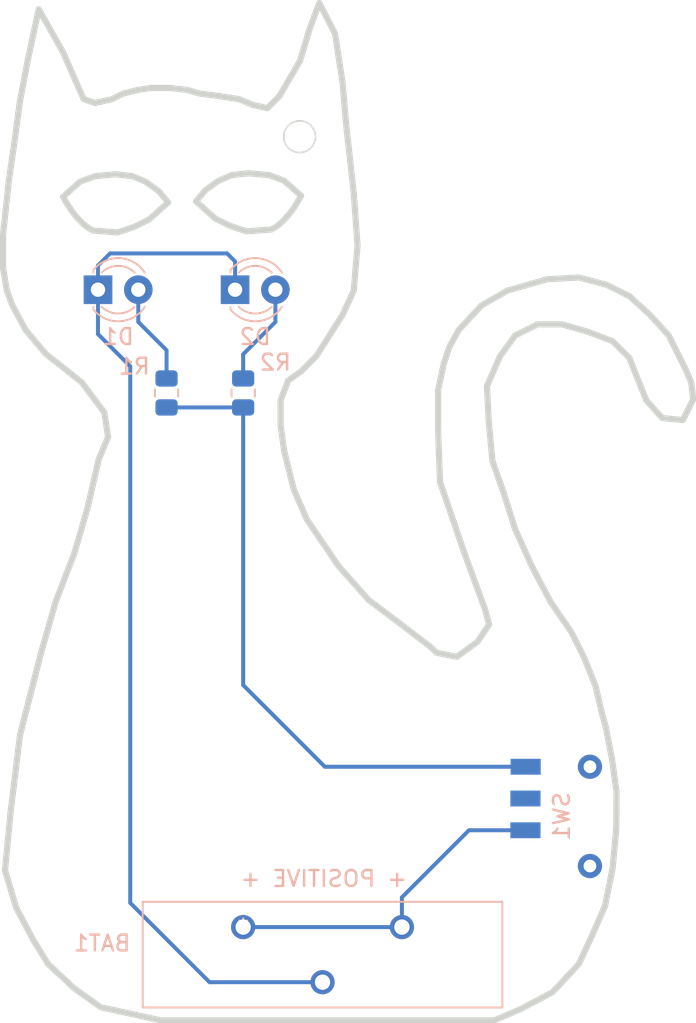
<source format=kicad_pcb>
(kicad_pcb (version 20171130) (host pcbnew "(5.1.9-0-10_14)")

  (general
    (thickness 1.6)
    (drawings 152)
    (tracks 24)
    (zones 0)
    (modules 6)
    (nets 7)
  )

  (page A4)
  (layers
    (0 F.Cu signal)
    (31 B.Cu signal)
    (32 B.Adhes user)
    (33 F.Adhes user)
    (34 B.Paste user)
    (35 F.Paste user)
    (36 B.SilkS user)
    (37 F.SilkS user)
    (38 B.Mask user)
    (39 F.Mask user)
    (40 Dwgs.User user)
    (41 Cmts.User user)
    (42 Eco1.User user)
    (43 Eco2.User user)
    (44 Edge.Cuts user)
    (45 Margin user)
    (46 B.CrtYd user)
    (47 F.CrtYd user)
    (48 B.Fab user)
    (49 F.Fab user)
  )

  (setup
    (last_trace_width 0.25)
    (user_trace_width 0.5)
    (trace_clearance 0.2)
    (zone_clearance 0.508)
    (zone_45_only no)
    (trace_min 0.2)
    (via_size 0.8)
    (via_drill 0.4)
    (via_min_size 0.4)
    (via_min_drill 0.3)
    (uvia_size 0.3)
    (uvia_drill 0.1)
    (uvias_allowed no)
    (uvia_min_size 0.2)
    (uvia_min_drill 0.1)
    (edge_width 0.05)
    (segment_width 0.2)
    (pcb_text_width 0.3)
    (pcb_text_size 1.5 1.5)
    (mod_edge_width 0.12)
    (mod_text_size 1 1)
    (mod_text_width 0.15)
    (pad_size 1.524 1.524)
    (pad_drill 0.762)
    (pad_to_mask_clearance 0)
    (aux_axis_origin 0 0)
    (visible_elements FFFFFF7F)
    (pcbplotparams
      (layerselection 0x110fc_ffffffff)
      (usegerberextensions false)
      (usegerberattributes true)
      (usegerberadvancedattributes true)
      (creategerberjobfile true)
      (excludeedgelayer true)
      (linewidth 0.100000)
      (plotframeref false)
      (viasonmask false)
      (mode 1)
      (useauxorigin false)
      (hpglpennumber 1)
      (hpglpenspeed 20)
      (hpglpendiameter 15.000000)
      (psnegative false)
      (psa4output false)
      (plotreference true)
      (plotvalue true)
      (plotinvisibletext false)
      (padsonsilk false)
      (subtractmaskfromsilk false)
      (outputformat 1)
      (mirror false)
      (drillshape 0)
      (scaleselection 1)
      (outputdirectory ""))
  )

  (net 0 "")
  (net 1 +BATT)
  (net 2 GND)
  (net 3 "Net-(D1-Pad2)")
  (net 4 "Net-(D2-Pad2)")
  (net 5 "Net-(R1-Pad1)")
  (net 6 "Net-(SW1-Pad2)")

  (net_class Default "This is the default net class."
    (clearance 0.2)
    (trace_width 0.25)
    (via_dia 0.8)
    (via_drill 0.4)
    (uvia_dia 0.3)
    (uvia_drill 0.1)
    (add_net +BATT)
    (add_net GND)
    (add_net "Net-(D1-Pad2)")
    (add_net "Net-(D2-Pad2)")
    (add_net "Net-(R1-Pad1)")
    (add_net "Net-(SW1-Pad2)")
  )

  (module Battery:BatteryHolder_AdamTech_BH-125A-1 (layer B.Cu) (tedit 616DA9BF) (tstamp 616D55BA)
    (at 144.018 109.728)
    (path /615BF2C5)
    (fp_text reference BAT1 (at -8.89 1.016) (layer B.SilkS)
      (effects (font (size 1 1) (thickness 0.15)) (justify mirror))
    )
    (fp_text value BH-125A-1 (at 5 0) (layer B.SilkS) hide
      (effects (font (size 1 1) (thickness 0.15)) (justify mirror))
    )
    (fp_line (start -6.3284 -1.592453) (end 16.3284 -1.592453) (layer B.SilkS) (width 0.12))
    (fp_line (start 16.3284 -1.592453) (end 16.3284 5.062347) (layer B.SilkS) (width 0.12))
    (fp_line (start 16.3284 5.062347) (end -6.3284 5.062347) (layer B.SilkS) (width 0.12))
    (fp_line (start -6.3284 5.062347) (end -6.3284 -1.592453) (layer B.SilkS) (width 0.12))
    (fp_line (start -6.2014 -1.465453) (end 16.2014 -1.465453) (layer B.Fab) (width 0.1))
    (fp_line (start 16.2014 -1.465453) (end 16.2014 4.935347) (layer B.Fab) (width 0.1))
    (fp_line (start 16.2014 4.935347) (end -6.2014 4.935347) (layer B.Fab) (width 0.1))
    (fp_line (start -6.2014 4.935347) (end -6.2014 -1.465453) (layer B.Fab) (width 0.1))
    (fp_line (start -6.4554 5.189347) (end -6.4554 -1.719453) (layer B.CrtYd) (width 0.05))
    (fp_line (start -6.4554 -1.719453) (end 16.4554 -1.719453) (layer B.CrtYd) (width 0.05))
    (fp_line (start 16.4554 -1.719453) (end 16.4554 5.189347) (layer B.CrtYd) (width 0.05))
    (fp_line (start 16.4554 5.189347) (end -6.4554 5.189347) (layer B.CrtYd) (width 0.05))
    (fp_circle (center 0 1.905) (end 0.381 1.905) (layer B.Fab) (width 0.1))
    (fp_text user * (at 0 0) (layer B.Fab)
      (effects (font (size 1 1) (thickness 0.15)) (justify mirror))
    )
    (fp_text user * (at 0 0) (layer B.SilkS)
      (effects (font (size 1 1) (thickness 0.15)) (justify mirror))
    )
    (fp_text user "Copyright 2021 Accelerated Designs. All rights reserved." (at 0 0) (layer Cmts.User)
      (effects (font (size 0.127 0.127) (thickness 0.002)))
    )
    (pad POS2 thru_hole circle (at 10 0) (size 1.524 1.524) (drill 0.9652) (layers *.Cu *.Mask)
      (net 1 +BATT))
    (pad NEG thru_hole circle (at 5 3.470001) (size 1.524 1.524) (drill 0.9652) (layers *.Cu *.Mask)
      (net 2 GND))
    (pad POS1 thru_hole circle (at 0 0) (size 1.524 1.524) (drill 0.9652) (layers *.Cu *.Mask)
      (net 1 +BATT))
  )

  (module Button_Switch_SMD:SMT_Mini_Slide_Switch (layer B.Cu) (tedit 5F838D19) (tstamp 616D560F)
    (at 163.576 102.757 270)
    (path /615A2888)
    (fp_text reference SW1 (at 0 -0.5 90) (layer B.SilkS)
      (effects (font (size 1 1) (thickness 0.15)) (justify mirror))
    )
    (fp_text value SMT_SPDT (at 0 0.5 90) (layer B.Fab)
      (effects (font (size 1 1) (thickness 0.15)) (justify mirror))
    )
    (fp_line (start -4.572 3.048) (end -4.572 -3.048) (layer B.CrtYd) (width 0.12))
    (fp_line (start 4.445 3.048) (end -4.572 3.048) (layer B.CrtYd) (width 0.12))
    (fp_line (start 4.445 -3.048) (end 4.445 3.048) (layer B.CrtYd) (width 0.12))
    (fp_line (start -4.572 -3.048) (end 4.445 -3.048) (layer B.CrtYd) (width 0.12))
    (pad "" thru_hole circle (at -3.125 -2.286 270) (size 1.524 1.524) (drill 0.8) (layers *.Cu *.Mask))
    (pad "" thru_hole circle (at 3.125 -2.286 270) (size 1.524 1.524) (drill 0.8) (layers *.Cu *.Mask))
    (pad 1 smd rect (at -3.125 1.764 270) (size 1 1.9) (layers B.Cu B.Paste B.Mask)
      (net 5 "Net-(R1-Pad1)"))
    (pad 2 smd rect (at -1.125 1.778 270) (size 1 1.9) (layers B.Cu B.Paste B.Mask)
      (net 6 "Net-(SW1-Pad2)"))
    (pad 3 smd rect (at 0.875 1.778 270) (size 1 1.9) (layers B.Cu B.Paste B.Mask)
      (net 1 +BATT))
  )

  (module Resistor_SMD:R_0805_2012Metric (layer B.Cu) (tedit 5F68FEEE) (tstamp 616D5602)
    (at 144.018 76.0965 90)
    (descr "Resistor SMD 0805 (2012 Metric), square (rectangular) end terminal, IPC_7351 nominal, (Body size source: IPC-SM-782 page 72, https://www.pcb-3d.com/wordpress/wp-content/uploads/ipc-sm-782a_amendment_1_and_2.pdf), generated with kicad-footprint-generator")
    (tags resistor)
    (path /615A9D08)
    (attr smd)
    (fp_text reference R2 (at 1.9285 2.032 180) (layer B.SilkS)
      (effects (font (size 1 1) (thickness 0.15)) (justify mirror))
    )
    (fp_text value "47 Ohms" (at 0 -1.65 90) (layer B.Fab) hide
      (effects (font (size 1 1) (thickness 0.15)) (justify mirror))
    )
    (fp_line (start 1.68 -0.95) (end -1.68 -0.95) (layer B.CrtYd) (width 0.05))
    (fp_line (start 1.68 0.95) (end 1.68 -0.95) (layer B.CrtYd) (width 0.05))
    (fp_line (start -1.68 0.95) (end 1.68 0.95) (layer B.CrtYd) (width 0.05))
    (fp_line (start -1.68 -0.95) (end -1.68 0.95) (layer B.CrtYd) (width 0.05))
    (fp_line (start -0.227064 -0.735) (end 0.227064 -0.735) (layer B.SilkS) (width 0.12))
    (fp_line (start -0.227064 0.735) (end 0.227064 0.735) (layer B.SilkS) (width 0.12))
    (fp_line (start 1 -0.625) (end -1 -0.625) (layer B.Fab) (width 0.1))
    (fp_line (start 1 0.625) (end 1 -0.625) (layer B.Fab) (width 0.1))
    (fp_line (start -1 0.625) (end 1 0.625) (layer B.Fab) (width 0.1))
    (fp_line (start -1 -0.625) (end -1 0.625) (layer B.Fab) (width 0.1))
    (fp_text user %R (at 0 0 90) (layer B.Fab)
      (effects (font (size 0.5 0.5) (thickness 0.08)) (justify mirror))
    )
    (pad 2 smd roundrect (at 0.9125 0 90) (size 1.025 1.4) (layers B.Cu B.Paste B.Mask) (roundrect_rratio 0.2439014634146341)
      (net 4 "Net-(D2-Pad2)"))
    (pad 1 smd roundrect (at -0.9125 0 90) (size 1.025 1.4) (layers B.Cu B.Paste B.Mask) (roundrect_rratio 0.2439014634146341)
      (net 5 "Net-(R1-Pad1)"))
    (model ${KISYS3DMOD}/Resistor_SMD.3dshapes/R_0805_2012Metric.wrl
      (at (xyz 0 0 0))
      (scale (xyz 1 1 1))
      (rotate (xyz 0 0 0))
    )
  )

  (module Resistor_SMD:R_0805_2012Metric (layer B.Cu) (tedit 5F68FEEE) (tstamp 616D55F1)
    (at 139.192 76.0965 90)
    (descr "Resistor SMD 0805 (2012 Metric), square (rectangular) end terminal, IPC_7351 nominal, (Body size source: IPC-SM-782 page 72, https://www.pcb-3d.com/wordpress/wp-content/uploads/ipc-sm-782a_amendment_1_and_2.pdf), generated with kicad-footprint-generator")
    (tags resistor)
    (path /615A4F38)
    (attr smd)
    (fp_text reference R1 (at 1.6745 -2.032 180) (layer B.SilkS)
      (effects (font (size 1 1) (thickness 0.15)) (justify mirror))
    )
    (fp_text value "47 Ohms (x2)" (at -3.6595 1.778 180) (layer B.Fab)
      (effects (font (size 1 1) (thickness 0.15)) (justify mirror))
    )
    (fp_line (start 1.68 -0.95) (end -1.68 -0.95) (layer B.CrtYd) (width 0.05))
    (fp_line (start 1.68 0.95) (end 1.68 -0.95) (layer B.CrtYd) (width 0.05))
    (fp_line (start -1.68 0.95) (end 1.68 0.95) (layer B.CrtYd) (width 0.05))
    (fp_line (start -1.68 -0.95) (end -1.68 0.95) (layer B.CrtYd) (width 0.05))
    (fp_line (start -0.227064 -0.735) (end 0.227064 -0.735) (layer B.SilkS) (width 0.12))
    (fp_line (start -0.227064 0.735) (end 0.227064 0.735) (layer B.SilkS) (width 0.12))
    (fp_line (start 1 -0.625) (end -1 -0.625) (layer B.Fab) (width 0.1))
    (fp_line (start 1 0.625) (end 1 -0.625) (layer B.Fab) (width 0.1))
    (fp_line (start -1 0.625) (end 1 0.625) (layer B.Fab) (width 0.1))
    (fp_line (start -1 -0.625) (end -1 0.625) (layer B.Fab) (width 0.1))
    (fp_text user %R (at 0 0 90) (layer B.Fab)
      (effects (font (size 0.5 0.5) (thickness 0.08)) (justify mirror))
    )
    (pad 2 smd roundrect (at 0.9125 0 90) (size 1.025 1.4) (layers B.Cu B.Paste B.Mask) (roundrect_rratio 0.2439014634146341)
      (net 3 "Net-(D1-Pad2)"))
    (pad 1 smd roundrect (at -0.9125 0 90) (size 1.025 1.4) (layers B.Cu B.Paste B.Mask) (roundrect_rratio 0.2439014634146341)
      (net 5 "Net-(R1-Pad1)"))
    (model ${KISYS3DMOD}/Resistor_SMD.3dshapes/R_0805_2012Metric.wrl
      (at (xyz 0 0 0))
      (scale (xyz 1 1 1))
      (rotate (xyz 0 0 0))
    )
  )

  (module LED_THT:LED_D3.0mm (layer B.Cu) (tedit 587A3A7B) (tstamp 616D55E0)
    (at 143.51 69.596)
    (descr "LED, diameter 3.0mm, 2 pins")
    (tags "LED diameter 3.0mm 2 pins")
    (path /615A9D12)
    (fp_text reference D2 (at 1.27 2.96) (layer B.SilkS)
      (effects (font (size 1 1) (thickness 0.15)) (justify mirror))
    )
    (fp_text value "LED per Chart" (at 1.27 -2.96) (layer B.Fab) hide
      (effects (font (size 1 1) (thickness 0.15)) (justify mirror))
    )
    (fp_line (start 3.7 2.25) (end -1.15 2.25) (layer B.CrtYd) (width 0.05))
    (fp_line (start 3.7 -2.25) (end 3.7 2.25) (layer B.CrtYd) (width 0.05))
    (fp_line (start -1.15 -2.25) (end 3.7 -2.25) (layer B.CrtYd) (width 0.05))
    (fp_line (start -1.15 2.25) (end -1.15 -2.25) (layer B.CrtYd) (width 0.05))
    (fp_line (start -0.29 -1.08) (end -0.29 -1.236) (layer B.SilkS) (width 0.12))
    (fp_line (start -0.29 1.236) (end -0.29 1.08) (layer B.SilkS) (width 0.12))
    (fp_line (start -0.23 1.16619) (end -0.23 -1.16619) (layer B.Fab) (width 0.1))
    (fp_circle (center 1.27 0) (end 2.77 0) (layer B.Fab) (width 0.1))
    (fp_arc (start 1.27 0) (end 0.229039 -1.08) (angle 87.9) (layer B.SilkS) (width 0.12))
    (fp_arc (start 1.27 0) (end 0.229039 1.08) (angle -87.9) (layer B.SilkS) (width 0.12))
    (fp_arc (start 1.27 0) (end -0.29 -1.235516) (angle 108.8) (layer B.SilkS) (width 0.12))
    (fp_arc (start 1.27 0) (end -0.29 1.235516) (angle -108.8) (layer B.SilkS) (width 0.12))
    (fp_arc (start 1.27 0) (end -0.23 1.16619) (angle -284.3) (layer B.Fab) (width 0.1))
    (pad 2 thru_hole circle (at 2.54 0) (size 1.8 1.8) (drill 0.9) (layers *.Cu *.Mask)
      (net 4 "Net-(D2-Pad2)"))
    (pad 1 thru_hole rect (at 0 0) (size 1.8 1.8) (drill 0.9) (layers *.Cu *.Mask)
      (net 2 GND))
    (model ${KISYS3DMOD}/LED_THT.3dshapes/LED_D3.0mm.wrl
      (at (xyz 0 0 0))
      (scale (xyz 1 1 1))
      (rotate (xyz 0 0 0))
    )
  )

  (module LED_THT:LED_D3.0mm (layer B.Cu) (tedit 587A3A7B) (tstamp 616D55CD)
    (at 134.874 69.596)
    (descr "LED, diameter 3.0mm, 2 pins")
    (tags "LED diameter 3.0mm 2 pins")
    (path /615A807B)
    (fp_text reference D1 (at 1.27 2.96) (layer B.SilkS)
      (effects (font (size 1 1) (thickness 0.15)) (justify mirror))
    )
    (fp_text value "LED per Chart" (at 1.27 -2.96) (layer B.Fab) hide
      (effects (font (size 1 1) (thickness 0.15)) (justify mirror))
    )
    (fp_line (start 3.7 2.25) (end -1.15 2.25) (layer B.CrtYd) (width 0.05))
    (fp_line (start 3.7 -2.25) (end 3.7 2.25) (layer B.CrtYd) (width 0.05))
    (fp_line (start -1.15 -2.25) (end 3.7 -2.25) (layer B.CrtYd) (width 0.05))
    (fp_line (start -1.15 2.25) (end -1.15 -2.25) (layer B.CrtYd) (width 0.05))
    (fp_line (start -0.29 -1.08) (end -0.29 -1.236) (layer B.SilkS) (width 0.12))
    (fp_line (start -0.29 1.236) (end -0.29 1.08) (layer B.SilkS) (width 0.12))
    (fp_line (start -0.23 1.16619) (end -0.23 -1.16619) (layer B.Fab) (width 0.1))
    (fp_circle (center 1.27 0) (end 2.77 0) (layer B.Fab) (width 0.1))
    (fp_arc (start 1.27 0) (end 0.229039 -1.08) (angle 87.9) (layer B.SilkS) (width 0.12))
    (fp_arc (start 1.27 0) (end 0.229039 1.08) (angle -87.9) (layer B.SilkS) (width 0.12))
    (fp_arc (start 1.27 0) (end -0.29 -1.235516) (angle 108.8) (layer B.SilkS) (width 0.12))
    (fp_arc (start 1.27 0) (end -0.29 1.235516) (angle -108.8) (layer B.SilkS) (width 0.12))
    (fp_arc (start 1.27 0) (end -0.23 1.16619) (angle -284.3) (layer B.Fab) (width 0.1))
    (pad 2 thru_hole circle (at 2.54 0) (size 1.8 1.8) (drill 0.9) (layers *.Cu *.Mask)
      (net 3 "Net-(D1-Pad2)"))
    (pad 1 thru_hole rect (at 0 0) (size 1.8 1.8) (drill 0.9) (layers *.Cu *.Mask)
      (net 2 GND))
    (model ${KISYS3DMOD}/LED_THT.3dshapes/LED_D3.0mm.wrl
      (at (xyz 0 0 0))
      (scale (xyz 1 1 1))
      (rotate (xyz 0 0 0))
    )
  )

  (gr_text "+ POSITIVE +" (at 149.098 106.68) (layer B.SilkS)
    (effects (font (size 1 1) (thickness 0.15)) (justify mirror))
  )
  (gr_line (start 145.659113 62.380327) (end 144.359825 62.262202) (layer Edge.Cuts) (width 0.390625))
  (gr_line (start 142.46995 62.734689) (end 141.643125 63.325264) (layer Edge.Cuts) (width 0.390625))
  (gr_line (start 132.676825 63.744364) (end 133.739875 62.799427) (layer Edge.Cuts) (width 0.390625))
  (gr_line (start 134.684825 62.445064) (end 135.984113 62.326939) (layer Edge.Cuts) (width 0.390625))
  (gr_circle (center 147.574 59.96) (end 148.574 59.96) (layer Edge.Cuts) (width 0.1))
  (gr_line (start 144.241713 65.92385) (end 145.777238 65.805725) (layer Edge.Cuts) (width 0.390625))
  (gr_line (start 143.17865 65.5695) (end 144.241713 65.92385) (layer Edge.Cuts) (width 0.390625))
  (gr_line (start 142.233713 65.097027) (end 143.17865 65.5695) (layer Edge.Cuts) (width 0.390625))
  (gr_line (start 141.052538 64.033977) (end 142.233713 65.097027) (layer Edge.Cuts) (width 0.390625))
  (gr_line (start 141.643125 63.325264) (end 141.052538 64.033977) (layer Edge.Cuts) (width 0.390625))
  (gr_line (start 143.296763 62.380327) (end 142.46995 62.734689) (layer Edge.Cuts) (width 0.390625))
  (gr_line (start 144.359825 62.262202) (end 143.296763 62.380327) (layer Edge.Cuts) (width 0.390625))
  (gr_line (start 146.604063 62.734689) (end 145.659113 62.380327) (layer Edge.Cuts) (width 0.390625))
  (gr_line (start 147.667113 63.679627) (end 146.604063 62.734689) (layer Edge.Cuts) (width 0.390625))
  (gr_curve (pts (xy 145.777238 65.805725) (xy 146.8588 65.309875) (xy 147.667113 63.679639) (xy 147.667113 63.679627)) (layer Edge.Cuts) (width 0.390625))
  (gr_line (start 136.102225 65.988588) (end 134.5667 65.870463) (layer Edge.Cuts) (width 0.390625))
  (gr_line (start 137.165288 65.634238) (end 136.102225 65.988588) (layer Edge.Cuts) (width 0.390625))
  (gr_line (start 138.110225 65.161764) (end 137.165288 65.634238) (layer Edge.Cuts) (width 0.390625))
  (gr_line (start 139.2914 64.098714) (end 138.110225 65.161764) (layer Edge.Cuts) (width 0.390625))
  (gr_line (start 138.700813 63.390002) (end 139.2914 64.098714) (layer Edge.Cuts) (width 0.390625))
  (gr_line (start 137.873988 62.799427) (end 138.700813 63.390002) (layer Edge.Cuts) (width 0.390625))
  (gr_line (start 137.047175 62.445064) (end 137.873988 62.799427) (layer Edge.Cuts) (width 0.390625))
  (gr_line (start 135.984113 62.326939) (end 137.047175 62.445064) (layer Edge.Cuts) (width 0.390625))
  (gr_line (start 133.739875 62.799427) (end 134.684825 62.445064) (layer Edge.Cuts) (width 0.390625))
  (gr_curve (pts (xy 134.5667 65.870463) (xy 133.485138 65.374613) (xy 132.676825 63.744377) (xy 132.676825 63.744364)) (layer Edge.Cuts) (width 0.390625))
  (gr_line (start 135.275363 77.327875) (end 133.858 75.438) (layer Edge.Cuts) (width 0.390625))
  (gr_line (start 135.5116 78.863413) (end 135.275363 77.327875) (layer Edge.Cuts) (width 0.390625))
  (gr_line (start 134.921 80.280813) (end 135.5116 78.863413) (layer Edge.Cuts) (width 0.390625))
  (gr_line (start 134.2123 83.351875) (end 134.921 80.280813) (layer Edge.Cuts) (width 0.390625))
  (gr_line (start 133.385475 86.1867) (end 134.2123 83.351875) (layer Edge.Cuts) (width 0.390625))
  (gr_line (start 132.2043 89.25775) (end 133.385475 86.1867) (layer Edge.Cuts) (width 0.390625))
  (gr_line (start 131.259363 92.56505) (end 132.2043 89.25775) (layer Edge.Cuts) (width 0.390625))
  (gr_line (start 129.960063 97.6441) (end 131.259363 92.56505) (layer Edge.Cuts) (width 0.390625))
  (gr_line (start 129.369475 102.486924) (end 129.960063 97.6441) (layer Edge.Cuts) (width 0.390625))
  (gr_line (start 129.015125 106.148562) (end 129.369475 102.486924) (layer Edge.Cuts) (width 0.390625))
  (gr_line (start 129.723838 108.510912) (end 129.015125 106.148562) (layer Edge.Cuts) (width 0.390625))
  (gr_line (start 130.786888 110.518912) (end 129.723838 108.510912) (layer Edge.Cuts) (width 0.390625))
  (gr_line (start 131.731838 112.054437) (end 130.786888 110.518912) (layer Edge.Cuts) (width 0.390625))
  (gr_line (start 133.385475 113.589974) (end 131.731838 112.054437) (layer Edge.Cuts) (width 0.390625))
  (gr_line (start 135.039125 114.771137) (end 133.385475 113.589974) (layer Edge.Cuts) (width 0.390625))
  (gr_line (start 138.818888 115.597962) (end 135.039125 114.771137) (layer Edge.Cuts) (width 0.390625))
  (gr_line (start 158.190161 115.597962) (end 138.818888 115.597962) (layer Edge.Cuts) (width 0.390625))
  (gr_line (start 159.843811 115.597962) (end 158.190161 115.597962) (layer Edge.Cuts) (width 0.390625))
  (gr_line (start 161.497461 114.889262) (end 159.843811 115.597962) (layer Edge.Cuts) (width 0.390625))
  (gr_line (start 163.505461 113.826199) (end 161.497461 114.889262) (layer Edge.Cuts) (width 0.390625))
  (gr_line (start 165.159099 112.054437) (end 163.505461 113.826199) (layer Edge.Cuts) (width 0.390625))
  (gr_line (start 165.985924 110.282674) (end 165.159099 112.054437) (layer Edge.Cuts) (width 0.390625))
  (gr_line (start 166.812749 108.392799) (end 165.985924 110.282674) (layer Edge.Cuts) (width 0.390625))
  (gr_line (start 167.285211 106.030449) (end 166.812749 108.392799) (layer Edge.Cuts) (width 0.390625))
  (gr_line (start 167.521436 103.549987) (end 167.285211 106.030449) (layer Edge.Cuts) (width 0.390625))
  (gr_line (start 167.536436 101.198062) (end 167.521436 103.549987) (layer Edge.Cuts) (width 0.390625))
  (gr_line (start 167.254549 99.169188) (end 167.536436 101.198062) (layer Edge.Cuts) (width 0.390625))
  (gr_line (start 166.861699 97.1403) (end 167.254549 99.169188) (layer Edge.Cuts) (width 0.390625))
  (gr_line (start 166.576536 96.108575) (end 166.861699 97.1403) (layer Edge.Cuts) (width 0.390625))
  (gr_line (start 166.222186 94.573038) (end 166.576536 96.108575) (layer Edge.Cuts) (width 0.390625))
  (gr_line (start 165.513474 92.801275) (end 166.222186 94.573038) (layer Edge.Cuts) (width 0.390625))
  (gr_line (start 164.686649 91.147638) (end 165.513474 92.801275) (layer Edge.Cuts) (width 0.390625))
  (gr_line (start 163.387361 89.25775) (end 164.686649 91.147638) (layer Edge.Cuts) (width 0.390625))
  (gr_line (start 162.206186 87.013513) (end 163.387361 89.25775) (layer Edge.Cuts) (width 0.390625))
  (gr_line (start 161.143124 84.651163) (end 162.206186 87.013513) (layer Edge.Cuts) (width 0.390625))
  (gr_line (start 160.434424 82.406938) (end 161.143124 84.651163) (layer Edge.Cuts) (width 0.390625))
  (gr_line (start 159.725711 80.398938) (end 160.434424 82.406938) (layer Edge.Cuts) (width 0.390625))
  (gr_line (start 159.489486 77.918463) (end 159.725711 80.398938) (layer Edge.Cuts) (width 0.390625))
  (gr_line (start 159.371361 75.674238) (end 159.489486 77.918463) (layer Edge.Cuts) (width 0.390625))
  (gr_line (start 160.198186 73.78435) (end 159.371361 75.674238) (layer Edge.Cuts) (width 0.390625))
  (gr_line (start 161.143124 72.485063) (end 160.198186 73.78435) (layer Edge.Cuts) (width 0.390625))
  (gr_line (start 162.560536 71.77635) (end 161.143124 72.485063) (layer Edge.Cuts) (width 0.390625))
  (gr_line (start 164.096061 71.77635) (end 162.560536 71.77635) (layer Edge.Cuts) (width 0.390625))
  (gr_line (start 165.749711 72.248825) (end 164.096061 71.77635) (layer Edge.Cuts) (width 0.390625))
  (gr_line (start 167.285236 72.839413) (end 165.749711 72.248825) (layer Edge.Cuts) (width 0.390625))
  (gr_line (start 168.348299 73.902475) (end 167.285236 72.839413) (layer Edge.Cuts) (width 0.390625))
  (gr_line (start 169.411361 76.560113) (end 168.348299 73.902475) (layer Edge.Cuts) (width 0.390625))
  (gr_line (start 169.411361 76.560113) (end 169.411361 76.560113) (layer Edge.Cuts) (width 0.390625))
  (gr_line (start 170.415349 77.682225) (end 169.411361 76.560113) (layer Edge.Cuts) (width 0.390625))
  (gr_line (start 171.714661 77.80035) (end 170.415349 77.682225) (layer Edge.Cuts) (width 0.390625))
  (gr_line (start 172.364299 76.50105) (end 171.714661 77.80035) (layer Edge.Cuts) (width 0.390625))
  (gr_line (start 172.246174 75.438) (end 172.364299 76.50105) (layer Edge.Cuts) (width 0.390625))
  (gr_line (start 171.891824 74.611175) (end 172.246174 75.438) (layer Edge.Cuts) (width 0.390625))
  (gr_line (start 171.301236 73.43) (end 171.891824 74.611175) (layer Edge.Cuts) (width 0.390625))
  (gr_line (start 170.828761 72.485063) (end 171.301236 73.43) (layer Edge.Cuts) (width 0.390625))
  (gr_line (start 169.647586 71.185763) (end 170.828761 72.485063) (layer Edge.Cuts) (width 0.390625))
  (gr_line (start 168.348299 70.004588) (end 169.647586 71.185763) (layer Edge.Cuts) (width 0.390625))
  (gr_line (start 166.930886 69.295888) (end 168.348299 70.004588) (layer Edge.Cuts) (width 0.390625))
  (gr_line (start 165.159124 68.823413) (end 166.930886 69.295888) (layer Edge.Cuts) (width 0.390625))
  (gr_line (start 163.151124 68.941538) (end 165.159124 68.823413) (layer Edge.Cuts) (width 0.390625))
  (gr_line (start 160.670661 69.650238) (end 163.151124 68.941538) (layer Edge.Cuts) (width 0.390625))
  (gr_line (start 159.017011 70.595175) (end 160.670661 69.650238) (layer Edge.Cuts) (width 0.390625))
  (gr_line (start 157.599599 72.1307) (end 159.017011 70.595175) (layer Edge.Cuts) (width 0.390625))
  (gr_line (start 157.009011 73.193763) (end 157.599599 72.1307) (layer Edge.Cuts) (width 0.390625))
  (gr_line (start 156.654661 74.256825) (end 157.009011 73.193763) (layer Edge.Cuts) (width 0.390625))
  (gr_line (start 156.300311 75.910463) (end 156.654661 74.256825) (layer Edge.Cuts) (width 0.390625))
  (gr_line (start 156.300311 78.50905) (end 156.300311 75.910463) (layer Edge.Cuts) (width 0.390625))
  (gr_line (start 156.418436 81.698225) (end 156.300311 78.50905) (layer Edge.Cuts) (width 0.390625))
  (gr_line (start 157.953961 86.1867) (end 156.418436 81.698225) (layer Edge.Cuts) (width 0.390625))
  (gr_line (start 159.258 89.730225) (end 157.953961 86.1867) (layer Edge.Cuts) (width 0.390625))
  (gr_line (start 159.512 90.678) (end 159.258 89.730225) (layer Edge.Cuts) (width 0.390625))
  (gr_line (start 158.7793 91.765062) (end 159.512 90.678) (layer Edge.Cuts) (width 0.390625))
  (gr_line (start 157.48 92.71) (end 158.7793 91.765062) (layer Edge.Cuts) (width 0.390625))
  (gr_line (start 156.21 92.456) (end 157.48 92.71) (layer Edge.Cuts) (width 0.390625))
  (gr_line (start 155.827861 92.092575) (end 156.21 92.456) (layer Edge.Cuts) (width 0.390625))
  (gr_line (start 153.819863 90.55705) (end 155.827861 92.092575) (layer Edge.Cuts) (width 0.390625))
  (gr_line (start 151.929988 89.139638) (end 153.819863 90.55705) (layer Edge.Cuts) (width 0.390625))
  (gr_line (start 150.0401 87.013513) (end 151.929988 89.139638) (layer Edge.Cuts) (width 0.390625))
  (gr_line (start 148.0321 84.060575) (end 150.0401 87.013513) (layer Edge.Cuts) (width 0.390625))
  (gr_line (start 147.205288 82.1707) (end 148.0321 84.060575) (layer Edge.Cuts) (width 0.390625))
  (gr_line (start 146.6147 79.80835) (end 147.205288 82.1707) (layer Edge.Cuts) (width 0.390625))
  (gr_line (start 146.378463 78.1547) (end 146.6147 79.80835) (layer Edge.Cuts) (width 0.390625))
  (gr_line (start 146.37845 76.560113) (end 146.378463 78.1547) (layer Edge.Cuts) (width 0.390625))
  (gr_line (start 146.850925 75.319875) (end 146.37845 76.560113) (layer Edge.Cuts) (width 0.390625))
  (gr_line (start 147.67775 74.729288) (end 146.850925 75.319875) (layer Edge.Cuts) (width 0.390625))
  (gr_line (start 148.6227 73.78435) (end 147.67775 74.729288) (layer Edge.Cuts) (width 0.390625))
  (gr_line (start 150.276338 71.185763) (end 148.6227 73.78435) (layer Edge.Cuts) (width 0.390625))
  (gr_line (start 150.985038 69.650238) (end 150.276338 71.185763) (layer Edge.Cuts) (width 0.390625))
  (gr_line (start 151.221275 66.815413) (end 150.985038 69.650238) (layer Edge.Cuts) (width 0.390625))
  (gr_line (start 150.985038 63.508127) (end 151.221275 66.815413) (layer Edge.Cuts) (width 0.390625))
  (gr_line (start 150.512575 59.255889) (end 150.985038 63.508127) (layer Edge.Cuts) (width 0.390625))
  (gr_line (start 150.276338 56.539189) (end 150.512575 59.255889) (layer Edge.Cuts) (width 0.390625))
  (gr_line (start 149.803863 53.468127) (end 150.276338 56.539189) (layer Edge.Cuts) (width 0.390625))
  (gr_line (start 148.813275 51.550202) (end 149.803863 53.468127) (layer Edge.Cuts) (width 0.390625))
  (gr_line (start 148.6227 52.050727) (end 148.813275 51.550202) (layer Edge.Cuts) (width 0.390625))
  (gr_line (start 148.187138 53.231902) (end 148.6227 52.050727) (layer Edge.Cuts) (width 0.390625))
  (gr_line (start 147.597513 55.188927) (end 148.187138 53.231902) (layer Edge.Cuts) (width 0.390625))
  (gr_line (start 146.304 57.404) (end 147.597513 55.188927) (layer Edge.Cuts) (width 0.390625))
  (gr_line (start 145.542 58.166) (end 146.304 57.404) (layer Edge.Cuts) (width 0.390625))
  (gr_line (start 144.6067 57.956602) (end 145.542 58.166) (layer Edge.Cuts) (width 0.390625))
  (gr_line (start 143.779875 57.602252) (end 144.6067 57.956602) (layer Edge.Cuts) (width 0.390625))
  (gr_line (start 142.24435 57.366014) (end 143.779875 57.602252) (layer Edge.Cuts) (width 0.390625))
  (gr_line (start 141.2994 57.247889) (end 142.24435 57.366014) (layer Edge.Cuts) (width 0.390625))
  (gr_line (start 140.472588 57.011664) (end 141.2994 57.247889) (layer Edge.Cuts) (width 0.390625))
  (gr_line (start 139.409525 56.893539) (end 140.472588 57.011664) (layer Edge.Cuts) (width 0.390625))
  (gr_line (start 138.22835 56.893539) (end 139.409525 56.893539) (layer Edge.Cuts) (width 0.390625))
  (gr_line (start 137.401525 57.011664) (end 138.22835 56.893539) (layer Edge.Cuts) (width 0.390625))
  (gr_line (start 136.456588 57.247889) (end 137.401525 57.011664) (layer Edge.Cuts) (width 0.390625))
  (gr_line (start 135.747875 57.602252) (end 136.456588 57.247889) (layer Edge.Cuts) (width 0.390625))
  (gr_line (start 134.684825 57.838489) (end 135.747875 57.602252) (layer Edge.Cuts) (width 0.390625))
  (gr_line (start 133.976113 57.602252) (end 134.684825 57.838489) (layer Edge.Cuts) (width 0.390625))
  (gr_line (start 133.50365 56.539189) (end 133.976113 57.602252) (layer Edge.Cuts) (width 0.390625))
  (gr_line (start 132.676825 54.649314) (end 133.50365 56.539189) (layer Edge.Cuts) (width 0.390625))
  (gr_line (start 131.141288 51.932602) (end 132.676825 54.649314) (layer Edge.Cuts) (width 0.390625))
  (gr_line (start 130.432588 55.239889) (end 131.141288 51.932602) (layer Edge.Cuts) (width 0.390625))
  (gr_line (start 129.960113 57.720364) (end 130.432588 55.239889) (layer Edge.Cuts) (width 0.390625))
  (gr_line (start 129.605763 60.318952) (end 129.960113 57.720364) (layer Edge.Cuts) (width 0.390625))
  (gr_line (start 129.251413 62.799427) (end 129.605763 60.318952) (layer Edge.Cuts) (width 0.390625))
  (gr_line (start 128.897063 66.106713) (end 129.251413 62.799427) (layer Edge.Cuts) (width 0.390625))
  (gr_line (start 128.897063 68.232825) (end 128.897063 66.106713) (layer Edge.Cuts) (width 0.390625))
  (gr_line (start 129.1333 69.650238) (end 128.897063 68.232825) (layer Edge.Cuts) (width 0.390625))
  (gr_line (start 129.48765 70.595175) (end 129.1333 69.650238) (layer Edge.Cuts) (width 0.390625))
  (gr_line (start 130.314475 72.1307) (end 129.48765 70.595175) (layer Edge.Cuts) (width 0.390625))
  (gr_line (start 131.613763 73.666238) (end 130.314475 72.1307) (layer Edge.Cuts) (width 0.390625))
  (gr_line (start 132.676825 74.493063) (end 131.613763 73.666238) (layer Edge.Cuts) (width 0.390625))
  (gr_line (start 133.858 75.438) (end 132.676825 74.493063) (layer Edge.Cuts) (width 0.390625))

  (segment (start 144.018 109.728) (end 154.018 109.728) (width 0.25) (layer B.Cu) (net 1))
  (segment (start 158.242 103.632) (end 161.798 103.632) (width 0.25) (layer B.Cu) (net 1))
  (segment (start 154.018 107.856) (end 158.242 103.632) (width 0.25) (layer B.Cu) (net 1))
  (segment (start 154.018 109.728) (end 154.018 107.856) (width 0.25) (layer B.Cu) (net 1))
  (segment (start 143.51 69.596) (end 143.51 67.818) (width 0.25) (layer B.Cu) (net 2))
  (segment (start 143.51 67.818) (end 143.002 67.31) (width 0.25) (layer B.Cu) (net 2))
  (segment (start 143.002 67.31) (end 135.636 67.31) (width 0.25) (layer B.Cu) (net 2))
  (segment (start 134.874 68.072) (end 134.874 69.596) (width 0.25) (layer B.Cu) (net 2))
  (segment (start 135.636 67.31) (end 134.874 68.072) (width 0.25) (layer B.Cu) (net 2))
  (segment (start 136.906 108.204) (end 141.900001 113.198001) (width 0.25) (layer B.Cu) (net 2))
  (segment (start 141.900001 113.198001) (end 149.018 113.198001) (width 0.25) (layer B.Cu) (net 2))
  (segment (start 134.874 72.39) (end 136.906 74.422) (width 0.25) (layer B.Cu) (net 2))
  (segment (start 136.906 74.422) (end 136.906 108.204) (width 0.25) (layer B.Cu) (net 2))
  (segment (start 134.874 69.596) (end 134.874 72.39) (width 0.25) (layer B.Cu) (net 2))
  (segment (start 137.414 69.596) (end 137.414 71.628) (width 0.25) (layer B.Cu) (net 3))
  (segment (start 139.192 73.406) (end 139.192 75.184) (width 0.25) (layer B.Cu) (net 3))
  (segment (start 137.414 71.628) (end 139.192 73.406) (width 0.25) (layer B.Cu) (net 3))
  (segment (start 146.05 69.596) (end 146.05 71.628) (width 0.25) (layer B.Cu) (net 4))
  (segment (start 144.018 73.66) (end 144.018 75.184) (width 0.25) (layer B.Cu) (net 4))
  (segment (start 146.05 71.628) (end 144.018 73.66) (width 0.25) (layer B.Cu) (net 4))
  (segment (start 139.192 77.009) (end 144.018 77.009) (width 0.25) (layer B.Cu) (net 5))
  (segment (start 144.018 77.009) (end 144.018 94.488) (width 0.25) (layer B.Cu) (net 5))
  (segment (start 149.162 99.632) (end 161.812 99.632) (width 0.25) (layer B.Cu) (net 5))
  (segment (start 144.018 94.488) (end 149.162 99.632) (width 0.25) (layer B.Cu) (net 5))

)

</source>
